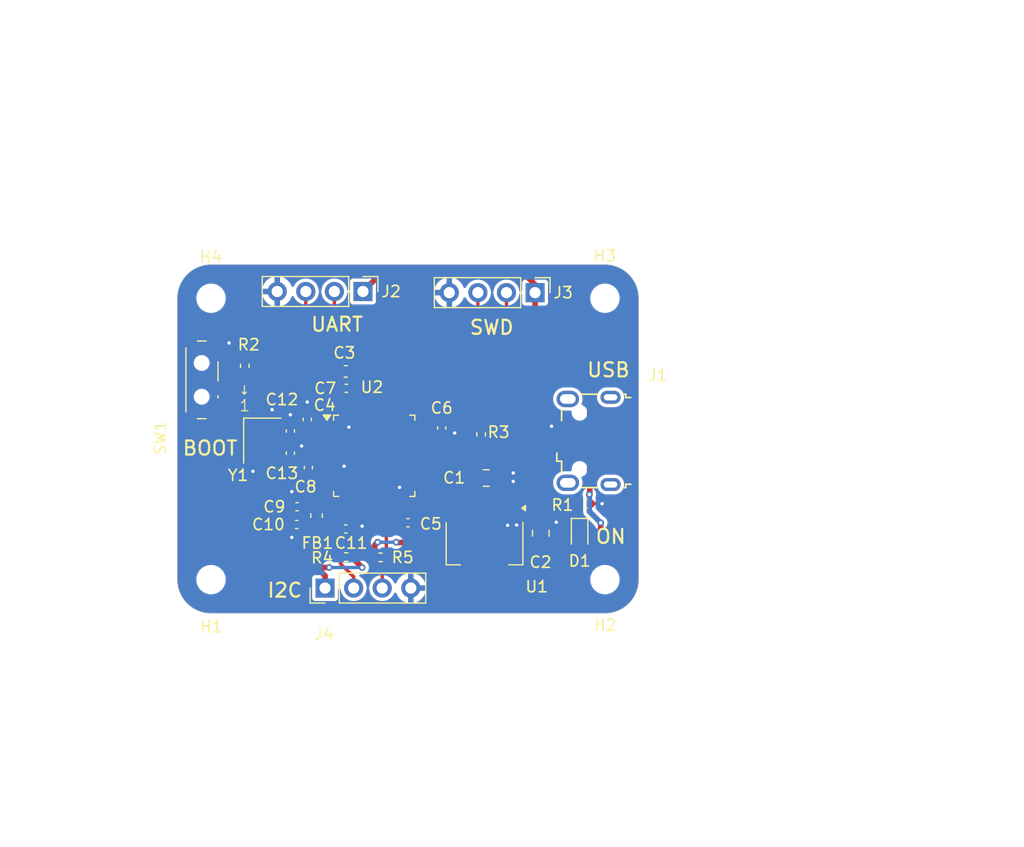
<source format=kicad_pcb>
(kicad_pcb (version 20240108) (generator "pcbnew") (generator_version "8.0")
  (layers (0 "F.Cu" signal) (31 "B.Cu" power) (34 "B.Paste" user) (35 "F.Paste" user) (36 "B.SilkS" user "B.Silkscreen") (37 "F.SilkS" user "F.Silkscreen") (38 "B.Mask" user) (39 "F.Mask" user) (44 "Edge.Cuts" user))
  (net 0 "")
  (net 1 "VBUS")
  (net 2 "+3.3V")
  (net 3 "+3.3VA")
  (net 4 "/NRST")
  (net 5 "/HSE_IN")
  (net 6 "/HSE_OUT")
  (net 7 "/PWR_LED_K")
  (net 8 "/USB_D-")
  (net 9 "/USB_D+")
  (net 15 "/USART1_RX")
  (net 16 "/USART1_TX")
  (net 17 "/SWCLK")
  (net 18 "/SWDIO")
  (net 19 "/I2C2_SCL")
  (net 20 "/I2C2_SDA")
  (net 21 "/BOOT0")
  (net 49 "GND")
  (footprint "Resistor_SMD:R_0402_1005Metric" (layer "F.Cu") (at 100.26 81.25 180)
    (property "Reference" "R4" (at 2.135 -0.075 180) (layer "F.SilkS"))
    (property "Value" "1k5" (hide yes))
    (pad "1" smd roundrect (at -0.51 0 180) (size 0.54 0.64) (layers "F.Cu" "F.Paste" "F.Mask") (net 2 "+3.3V"))
    (pad "2" smd roundrect (at 0.51 0 180) (size 0.54 0.64) (layers "F.Cu" "F.Paste" "F.Mask") (net 19 "/I2C2_SCL"))
  )
  (footprint "Resistor_SMD:R_0402_1005Metric" (layer "F.Cu") (at 91.25 64.26 90)
    (property "Reference" "R2" (at 1.885 0.35 0) (layer "F.SilkS"))
    (property "Value" "10k" (hide yes))
    (pad "1" smd roundrect (at -0.51 0 90) (size 0.54 0.64) (layers "F.Cu" "F.Paste" "F.Mask") (net 21 "/BOOT0"))
    (pad "2" smd roundrect (at 0.51 0 90) (size 0.54 0.64) (layers "F.Cu" "F.Paste" "F.Mask") (net 21 "/BOOT0"))
  )
  (footprint "Package_TO_SOT_SMD:SOT-223-3_TabPin2" (layer "F.Cu") (at 112.55 80.025 -90)
    (property "Reference" "U1" (at 3.85 -4.6375 180) (layer "F.SilkS"))
    (property "Value" "AMS1117-3.3" (hide yes))
    (pad "1" smd roundrect (at -3.15 -2.3 270) (size 2 1.5) (layers "F.Cu" "F.Paste" "F.Mask") (net 49 "GND"))
    (pad "2" smd roundrect (at -3.15 0 270) (size 2 1.5) (layers "F.Cu" "F.Paste" "F.Mask") (net 2 "+3.3V"))
    (pad "2" smd roundrect (at 3.15 0 270) (size 2 3.8) (layers "F.Cu" "F.Paste" "F.Mask") (net 2 "+3.3V"))
    (pad "3" smd roundrect (at -3.15 2.3 270) (size 2 1.5) (layers "F.Cu" "F.Paste" "F.Mask") (net 1 "VBUS"))
  )
  (footprint "Connector_PinHeader_2.54mm:PinHeader_1x04_P2.54mm_Vertical" (layer "F.Cu") (at 101.75 57.65 -90)
    (property "Reference" "J2" (at 0 -2.5 180) (layer "F.SilkS"))
    (property "Value" "Conn_01x04_Pin" (hide yes))
    (pad "1" thru_hole rect (at 0 0 270) (size 1.7 1.7) (drill 1) (layers "*.Cu" "*.Mask") (net 2 "+3.3V"))
    (pad "2" thru_hole oval (at 0 2.54 270) (size 1.7 1.7) (drill 1) (layers "*.Cu" "*.Mask") (net 16 "/USART1_TX"))
    (pad "3" thru_hole oval (at 0 5.08 270) (size 1.7 1.7) (drill 1) (layers "*.Cu" "*.Mask") (net 15 "/USART1_RX"))
    (pad "4" thru_hole oval (at 0 7.62 270) (size 1.7 1.7) (drill 1) (layers "*.Cu" "*.Mask") (net 49 "GND"))
  )
  (footprint "Capacitor_SMD:C_0402_1005Metric" (layer "F.Cu") (at 95.3 70.05 90)
    (property "Reference" "C12" (at 2.8 -0.75 0) (layer "F.SilkS"))
    (property "Value" "10p" (hide yes))
    (pad "1" smd roundrect (at -0.48 0 90) (size 0.56 0.62) (layers "F.Cu" "F.Paste" "F.Mask") (net 5 "/HSE_IN"))
    (pad "2" smd roundrect (at 0.48 0 90) (size 0.56 0.62) (layers "F.Cu" "F.Paste" "F.Mask") (net 49 "GND"))
  )
  (footprint "Package_QFP:LQFP-48_7x7mm_P0.5mm" (layer "F.Cu") (at 102.75 72.25)
    (property "Reference" "U2" (at -0.2 -6.1 0) (layer "F.SilkS"))
    (property "Value" "STM32F103C8Tx" (hide yes))
    (pad "1" smd roundrect (at -4.1625 -2.75) (size 1.475 0.3) (layers "F.Cu" "F.Paste" "F.Mask") (net 2 "+3.3V"))
    (pad "2" smd roundrect (at -4.1625 -2.25) (size 1.475 0.3) (layers "F.Cu" "F.Paste" "F.Mask"))
    (pad "3" smd roundrect (at -4.1625 -1.75) (size 1.475 0.3) (layers "F.Cu" "F.Paste" "F.Mask"))
    (pad "4" smd roundrect (at -4.1625 -1.25) (size 1.475 0.3) (layers "F.Cu" "F.Paste" "F.Mask"))
    (pad "5" smd roundrect (at -4.1625 -0.75) (size 1.475 0.3) (layers "F.Cu" "F.Paste" "F.Mask") (net 5 "/HSE_IN"))
    (pad "6" smd roundrect (at -4.1625 -0.25) (size 1.475 0.3) (layers "F.Cu" "F.Paste" "F.Mask") (net 6 "/HSE_OUT"))
    (pad "7" smd roundrect (at -4.1625 0.25) (size 1.475 0.3) (layers "F.Cu" "F.Paste" "F.Mask") (net 4 "/NRST"))
    (pad "8" smd roundrect (at -4.1625 0.75) (size 1.475 0.3) (layers "F.Cu" "F.Paste" "F.Mask") (net 49 "GND"))
    (pad "9" smd roundrect (at -4.1625 1.25) (size 1.475 0.3) (layers "F.Cu" "F.Paste" "F.Mask") (net 3 "+3.3VA"))
    (pad "10" smd roundrect (at -4.1625 1.75) (size 1.475 0.3) (layers "F.Cu" "F.Paste" "F.Mask"))
    (pad "11" smd roundrect (at -4.1625 2.25) (size 1.475 0.3) (layers "F.Cu" "F.Paste" "F.Mask"))
    (pad "12" smd roundrect (at -4.1625 2.75) (size 1.475 0.3) (layers "F.Cu" "F.Paste" "F.Mask"))
    (pad "13" smd roundrect (at -2.75 4.1625) (size 0.3 1.475) (layers "F.Cu" "F.Paste" "F.Mask"))
    (pad "14" smd roundrect (at -2.25 4.1625) (size 0.3 1.475) (layers "F.Cu" "F.Paste" "F.Mask"))
    (pad "15" smd roundrect (at -1.75 4.1625) (size 0.3 1.475) (layers "F.Cu" "F.Paste" "F.Mask"))
    (pad "16" smd roundrect (at -1.25 4.1625) (size 0.3 1.475) (layers "F.Cu" "F.Paste" "F.Mask"))
    (pad "17" smd roundrect (at -0.75 4.1625) (size 0.3 1.475) (layers "F.Cu" "F.Paste" "F.Mask"))
    (pad "18" smd roundrect (at -0.25 4.1625) (size 0.3 1.475) (layers "F.Cu" "F.Paste" "F.Mask"))
    (pad "19" smd roundrect (at 0.25 4.1625) (size 0.3 1.475) (layers "F.Cu" "F.Paste" "F.Mask"))
    (pad "20" smd roundrect (at 0.75 4.1625) (size 0.3 1.475) (layers "F.Cu" "F.Paste" "F.Mask"))
    (pad "21" smd roundrect (at 1.25 4.1625) (size 0.3 1.475) (layers "F.Cu" "F.Paste" "F.Mask") (net 19 "/I2C2_SCL"))
    (pad "22" smd roundrect (at 1.75 4.1625) (size 0.3 1.475) (layers "F.Cu" "F.Paste" "F.Mask") (net 20 "/I2C2_SDA"))
    (pad "23" smd roundrect (at 2.25 4.1625) (size 0.3 1.475) (layers "F.Cu" "F.Paste" "F.Mask") (net 49 "GND"))
    (pad "24" smd roundrect (at 2.75 4.1625) (size 0.3 1.475) (layers "F.Cu" "F.Paste" "F.Mask") (net 2 "+3.3V"))
    (pad "25" smd roundrect (at 4.1625 2.75) (size 1.475 0.3) (layers "F.Cu" "F.Paste" "F.Mask"))
    (pad "26" smd roundrect (at 4.1625 2.25) (size 1.475 0.3) (layers "F.Cu" "F.Paste" "F.Mask"))
    (pad "27" smd roundrect (at 4.1625 1.75) (size 1.475 0.3) (layers "F.Cu" "F.Paste" "F.Mask"))
    (pad "28" smd roundrect (at 4.1625 1.25) (size 1.475 0.3) (layers "F.Cu" "F.Paste" "F.Mask"))
    (pad "29" smd roundrect (at 4.1625 0.75) (size 1.475 0.3) (layers "F.Cu" "F.Paste" "F.Mask"))
    (pad "30" smd roundrect (at 4.1625 0.25) (size 1.475 0.3) (layers "F.Cu" "F.Paste" "F.Mask"))
    (pad "31" smd roundrect (at 4.1625 -0.25) (size 1.475 0.3) (layers "F.Cu" "F.Paste" "F.Mask"))
    (pad "32" smd roundrect (at 4.1625 -0.75) (size 1.475 0.3) (layers "F.Cu" "F.Paste" "F.Mask") (net 8 "/USB_D-"))
    (pad "33" smd roundrect (at 4.1625 -1.25) (size 1.475 0.3) (layers "F.Cu" "F.Paste" "F.Mask") (net 9 "/USB_D+"))
    (pad "34" smd roundrect (at 4.1625 -1.75) (size 1.475 0.3) (layers "F.Cu" "F.Paste" "F.Mask") (net 18 "/SWDIO"))
    (pad "35" smd roundrect (at 4.1625 -2.25) (size 1.475 0.3) (layers "F.Cu" "F.Paste" "F.Mask") (net 49 "GND"))
    (pad "36" smd roundrect (at 4.1625 -2.75) (size 1.475 0.3) (layers "F.Cu" "F.Paste" "F.Mask") (net 2 "+3.3V"))
    (pad "37" smd roundrect (at 2.75 -4.1625) (size 0.3 1.475) (layers "F.Cu" "F.Paste" "F.Mask") (net 17 "/SWCLK"))
    (pad "38" smd roundrect (at 2.25 -4.1625) (size 0.3 1.475) (layers "F.Cu" "F.Paste" "F.Mask"))
    (pad "39" smd roundrect (at 1.75 -4.1625) (size 0.3 1.475) (layers "F.Cu" "F.Paste" "F.Mask"))
    (pad "40" smd roundrect (at 1.25 -4.1625) (size 0.3 1.475) (layers "F.Cu" "F.Paste" "F.Mask"))
    (pad "41" smd roundrect (at 0.75 -4.1625) (size 0.3 1.475) (layers "F.Cu" "F.Paste" "F.Mask"))
    (pad "42" smd roundrect (at 0.25 -4.1625) (size 0.3 1.475) (layers "F.Cu" "F.Paste" "F.Mask") (net 16 "/USART1_TX"))
    (pad "43" smd roundrect (at -0.25 -4.1625) (size 0.3 1.475) (layers "F.Cu" "F.Paste" "F.Mask") (net 15 "/USART1_RX"))
    (pad "44" smd roundrect (at -0.75 -4.1625) (size 0.3 1.475) (layers "F.Cu" "F.Paste" "F.Mask") (net 21 "/BOOT0"))
    (pad "45" smd roundrect (at -1.25 -4.1625) (size 0.3 1.475) (layers "F.Cu" "F.Paste" "F.Mask"))
    (pad "46" smd roundrect (at -1.75 -4.1625) (size 0.3 1.475) (layers "F.Cu" "F.Paste" "F.Mask"))
    (pad "47" smd roundrect (at -2.25 -4.1625) (size 0.3 1.475) (layers "F.Cu" "F.Paste" "F.Mask") (net 49 "GND"))
    (pad "48" smd roundrect (at -2.75 -4.1625) (size 0.3 1.475) (layers "F.Cu" "F.Paste" "F.Mask") (net 2 "+3.3V"))
  )
  (footprint "Button_Switch_SMD:SW_SPDT_PCM12" (layer "F.Cu") (at 87.75 65.5 -90)
    (property "Reference" "SW1" (at 5.15 4 90) (layer "F.SilkS"))
    (property "Value" "SW_SPDT")
    (pad "" smd rect (at -3.65 -0.78 270) (size 1 0.8) (layers "F.Cu" "F.Paste" "F.Mask"))
    (pad "" smd rect (at -3.65 1.43 270) (size 1 0.8) (layers "F.Cu" "F.Paste" "F.Mask"))
    (pad "" np_thru_hole circle (at -1.5 0.33 270) (size 0.9 0.9) (drill 0.9) (layers "*.Cu" "*.Mask"))
    (pad "" np_thru_hole circle (at 1.5 0.33 270) (size 0.9 0.9) (drill 0.9) (layers "*.Cu" "*.Mask"))
    (pad "" smd rect (at 3.65 -0.78 270) (size 1 0.8) (layers "F.Cu" "F.Paste" "F.Mask"))
    (pad "" smd rect (at 3.65 1.43 270) (size 1 0.8) (layers "F.Cu" "F.Paste" "F.Mask"))
    (pad "1" smd rect (at -2.25 -1.43 270) (size 0.7 1.5) (layers "F.Cu" "F.Paste" "F.Mask") (net 49 "GND"))
    (pad "2" smd rect (at 0.75 -1.43 270) (size 0.7 1.5) (layers "F.Cu" "F.Paste" "F.Mask") (net 21 "/BOOT0"))
    (pad "3" smd rect (at 2.25 -1.43 270) (size 0.7 1.5) (layers "F.Cu" "F.Paste" "F.Mask") (net 2 "+3.3V"))
  )
  (footprint "MountingHole:MountingHole_2.1mm" (layer "F.Cu") (at 88.25 83.25)
    (property "Reference" "H1" (at 0.025 4.175 0) (layer "F.SilkS"))
    (property "Value" "MountingHole" (hide yes))
    (pad "" np_thru_hole circle (at 0 0) (size 2.1 2.1) (drill 2.1) (layers "*.Cu" "*.Mask"))
  )
  (footprint "Capacitor_SMD:C_0402_1005Metric" (layer "F.Cu") (at 105.745 78.2 180)
    (property "Reference" "C5" (at -2.03 -0.1 180) (layer "F.SilkS"))
    (property "Value" "100n" (hide yes))
    (pad "1" smd roundrect (at -0.48 0 180) (size 0.56 0.62) (layers "F.Cu" "F.Paste" "F.Mask") (net 2 "+3.3V"))
    (pad "2" smd roundrect (at 0.48 0 180) (size 0.56 0.62) (layers "F.Cu" "F.Paste" "F.Mask") (net 49 "GND"))
  )
  (footprint "Capacitor_SMD:C_0402_1005Metric" (layer "F.Cu") (at 96.9 73.3 90)
    (property "Reference" "C8" (at -1.7 -0.25 0) (layer "F.SilkS"))
    (property "Value" "10n" (hide yes))
    (pad "1" smd roundrect (at -0.48 0 90) (size 0.56 0.62) (layers "F.Cu" "F.Paste" "F.Mask") (net 3 "+3.3VA"))
    (pad "2" smd roundrect (at 0.48 0 90) (size 0.56 0.62) (layers "F.Cu" "F.Paste" "F.Mask") (net 49 "GND"))
  )
  (footprint "MountingHole:MountingHole_2.1mm" (layer "F.Cu") (at 123.25 83.25)
    (property "Reference" "H2" (at 0.025 4.05 0) (layer "F.SilkS"))
    (property "Value" "MountingHole" (hide yes))
    (pad "" np_thru_hole circle (at 0 0) (size 2.1 2.1) (drill 2.1) (layers "*.Cu" "*.Mask"))
  )
  (footprint "Capacitor_SMD:C_0805_2012Metric" (layer "F.Cu") (at 117.55 79.125 90)
    (property "Reference" "C2" (at -2.575 -0.025 0) (layer "F.SilkS"))
    (property "Value" "22u" (hide yes))
    (pad "1" smd roundrect (at -0.95 0 90) (size 1 1.45) (layers "F.Cu" "F.Paste" "F.Mask") (net 2 "+3.3V"))
    (pad "2" smd roundrect (at 0.95 0 90) (size 1 1.45) (layers "F.Cu" "F.Paste" "F.Mask") (net 49 "GND"))
  )
  (footprint "Capacitor_SMD:C_0402_1005Metric" (layer "F.Cu") (at 96.8 69.02 90)
    (property "Reference" "C4" (at 1.27 1.55 0) (layer "F.SilkS"))
    (property "Value" "100n" (hide yes))
    (pad "1" smd roundrect (at -0.48 0 90) (size 0.56 0.62) (layers "F.Cu" "F.Paste" "F.Mask") (net 2 "+3.3V"))
    (pad "2" smd roundrect (at 0.48 0 90) (size 0.56 0.62) (layers "F.Cu" "F.Paste" "F.Mask") (net 49 "GND"))
  )
  (footprint "Capacitor_SMD:C_0402_1005Metric" (layer "F.Cu") (at 108.75 69.77 -90)
    (property "Reference" "C6" (at -1.77 0 180) (layer "F.SilkS"))
    (property "Value" "100n" (hide yes))
    (pad "1" smd roundrect (at -0.48 0 270) (size 0.56 0.62) (layers "F.Cu" "F.Paste" "F.Mask") (net 2 "+3.3V"))
    (pad "2" smd roundrect (at 0.48 0 270) (size 0.56 0.62) (layers "F.Cu" "F.Paste" "F.Mask") (net 49 "GND"))
  )
  (footprint "MountingHole:MountingHole_2.1mm" (layer "F.Cu") (at 123.25 58.25)
    (property "Reference" "H3" (at 0 -3.775 0) (layer "F.SilkS"))
    (property "Value" "MountingHole" (hide yes))
    (pad "" np_thru_hole circle (at 0 0) (size 2.1 2.1) (drill 2.1) (layers "*.Cu" "*.Mask"))
  )
  (footprint "Capacitor_SMD:C_0805_2012Metric" (layer "F.Cu") (at 112.7 74.225)
    (property "Reference" "C1" (at -2.85 -0.025 0) (layer "F.SilkS"))
    (property "Value" "22u" (hide yes))
    (pad "1" smd roundrect (at -0.95 0) (size 1 1.45) (layers "F.Cu" "F.Paste" "F.Mask") (net 1 "VBUS"))
    (pad "2" smd roundrect (at 0.95 0) (size 1 1.45) (layers "F.Cu" "F.Paste" "F.Mask") (net 49 "GND"))
  )
  (footprint "Resistor_SMD:R_0402_1005Metric" (layer "F.Cu") (at 121.51 76.5)
    (property "Reference" "R1" (at -2.035 0.125 180) (layer "F.SilkS"))
    (property "Value" "1k5" (hide yes))
    (pad "1" smd roundrect (at -0.51 0) (size 0.54 0.64) (layers "F.Cu" "F.Paste" "F.Mask") (net 7 "/PWR_LED_K"))
    (pad "2" smd roundrect (at 0.51 0) (size 0.54 0.64) (layers "F.Cu" "F.Paste" "F.Mask") (net 49 "GND"))
  )
  (footprint "Connector_USB:USB_Micro-B_Wuerth_629105150521" (layer "F.Cu") (at 121.8 70.925 90)
    (property "Reference" "J1" (at 5.825 6.15 0) (layer "F.SilkS"))
    (property "Value" "USB_B_Micro" (hide yes))
    (pad "" np_thru_hole oval (at -2.5 -0.8 90) (size 0.8 0.8) (drill 0.8) (layers "*.Cu" "*.Mask"))
    (pad "" np_thru_hole oval (at 2.5 -0.8 90) (size 0.8 0.8) (drill 0.8) (layers "*.Cu" "*.Mask"))
    (pad "1" smd rect (at -1.3 -1.9 90) (size 0.45 1.3) (layers "F.Cu" "F.Paste" "F.Mask") (net 1 "VBUS"))
    (pad "2" smd rect (at -0.65 -1.9 90) (size 0.45 1.3) (layers "F.Cu" "F.Paste" "F.Mask") (net 8 "/USB_D-"))
    (pad "3" smd rect (at 0 -1.9 90) (size 0.45 1.3) (layers "F.Cu" "F.Paste" "F.Mask") (net 9 "/USB_D+"))
    (pad "4" smd rect (at 0.65 -1.9 90) (size 0.45 1.3) (layers "F.Cu" "F.Paste" "F.Mask"))
    (pad "5" smd rect (at 1.3 -1.9 90) (size 0.45 1.3) (layers "F.Cu" "F.Paste" "F.Mask") (net 49 "GND"))
    (pad "6" thru_hole oval (at -3.875 1.95 90) (size 1.15 1.8) (drill oval 0.55 1.2) (layers "*.Cu" "*.Mask"))
    (pad "6" thru_hole oval (at -3.725 -1.85 90) (size 1.45 2) (drill oval 0.85 1.4) (layers "*.Cu" "*.Mask"))
    (pad "6" thru_hole oval (at 3.725 -1.85 90) (size 1.45 2) (drill oval 0.85 1.4) (layers "*.Cu" "*.Mask"))
    (pad "6" thru_hole oval (at 3.875 1.95 90) (size 1.15 1.8) (drill oval 0.55 1.2) (layers "*.Cu" "*.Mask"))
  )
  (footprint "Crystal:Crystal_SMD_3225-4Pin_3.2x2.5mm" (layer "F.Cu") (at 92.8 70.9 -90)
    (property "Reference" "Y1" (at 3.075 2.15 180) (layer "F.SilkS"))
    (property "Value" "16MHz" (hide yes))
    (pad "1" smd rect (at -1.1 0.85 270) (size 1.4 1.2) (layers "F.Cu" "F.Paste" "F.Mask") (net 5 "/HSE_IN"))
    (pad "2" smd rect (at 1.1 0.85 270) (size 1.4 1.2) (layers "F.Cu" "F.Paste" "F.Mask") (net 49 "GND"))
    (pad "3" smd rect (at 1.1 -0.85 270) (size 1.4 1.2) (layers "F.Cu" "F.Paste" "F.Mask") (net 6 "/HSE_OUT"))
    (pad "4" smd rect (at -1.1 -0.85 270) (size 1.4 1.2) (layers "F.Cu" "F.Paste" "F.Mask") (net 49 "GND"))
  )
  (footprint "Inductor_SMD:L_0603_1608Metric" (layer "F.Cu") (at 97.625 77.5625 -90)
    (property "Reference" "FB1" (at 2.4375 -0.075 180) (layer "F.SilkS"))
    (property "Value" "120R" (hide yes))
    (pad "1" smd roundrect (at -0.7875 0 270) (size 0.875 0.95) (layers "F.Cu" "F.Paste" "F.Mask") (net 3 "+3.3VA"))
    (pad "2" smd roundrect (at 0.7875 0 270) (size 0.875 0.95) (layers "F.Cu" "F.Paste" "F.Mask") (net 2 "+3.3V"))
  )
  (footprint "Capacitor_SMD:C_0402_1005Metric" (layer "F.Cu") (at 100.22 78.75)
    (property "Reference" "C11" (at 0.48 1.25 0) (layer "F.SilkS"))
    (property "Value" "100n" (hide yes))
    (pad "1" smd roundrect (at -0.48 0) (size 0.56 0.62) (layers "F.Cu" "F.Paste" "F.Mask") (net 4 "/NRST"))
    (pad "2" smd roundrect (at 0.48 0) (size 0.56 0.62) (layers "F.Cu" "F.Paste" "F.Mask") (net 49 "GND"))
  )
  (footprint "Capacitor_SMD:C_0402_1005Metric" (layer "F.Cu") (at 95.895 76.775 180)
    (property "Reference" "C9" (at 2.02 0 180) (layer "F.SilkS"))
    (property "Value" "1u" (hide yes))
    (pad "1" smd roundrect (at -0.48 0 180) (size 0.56 0.62) (layers "F.Cu" "F.Paste" "F.Mask") (net 3 "+3.3VA"))
    (pad "2" smd roundrect (at 0.48 0 180) (size 0.56 0.62) (layers "F.Cu" "F.Paste" "F.Mask") (net 49 "GND"))
  )
  (footprint "Connector_PinHeader_2.54mm:PinHeader_1x04_P2.54mm_Vertical" (layer "F.Cu") (at 98.38 84 90)
    (property "Reference" "J4" (at -4.075 -0.08 0) (layer "F.SilkS"))
    (property "Value" "Conn_01x04_Pin" (hide yes))
    (pad "1" thru_hole rect (at 0 0 90) (size 1.7 1.7) (drill 1) (layers "*.Cu" "*.Mask") (net 2 "+3.3V"))
    (pad "2" thru_hole oval (at 0 2.54 90) (size 1.7 1.7) (drill 1) (layers "*.Cu" "*.Mask") (net 19 "/I2C2_SCL"))
    (pad "3" thru_hole oval (at 0 5.08 90) (size 1.7 1.7) (drill 1) (layers "*.Cu" "*.Mask") (net 20 "/I2C2_SDA"))
    (pad "4" thru_hole oval (at 0 7.62 90) (size 1.7 1.7) (drill 1) (layers "*.Cu" "*.Mask") (net 49 "GND"))
  )
  (footprint "Connector_PinHeader_2.54mm:PinHeader_1x04_P2.54mm_Vertical" (layer "F.Cu") (at 117.04 57.75 -90)
    (property "Reference" "J3" (at 0 -2.5 180) (layer "F.SilkS"))
    (property "Value" "Conn_01x04_Pin" (hide yes))
    (pad "1" thru_hole rect (at 0 0 270) (size 1.7 1.7) (drill 1) (layers "*.Cu" "*.Mask") (net 2 "+3.3V"))
    (pad "2" thru_hole oval (at 0 2.54 270) (size 1.7 1.7) (drill 1) (layers "*.Cu" "*.Mask") (net 18 "/SWDIO"))
    (pad "3" thru_hole oval (at 0 5.08 270) (size 1.7 1.7) (drill 1) (layers "*.Cu" "*.Mask") (net 17 "/SWCLK"))
    (pad "4" thru_hole oval (at 0 7.62 270) (size 1.7 1.7) (drill 1) (layers "*.Cu" "*.Mask") (net 49 "GND"))
  )
  (footprint "MountingHole:MountingHole_2.1mm" (layer "F.Cu") (at 88.25 58.25)
    (property "Reference" "H4" (at -0.025 -3.675 0) (layer "F.SilkS"))
    (property "Value" "MountingHole" (hide yes))
    (pad "" np_thru_hole circle (at 0 0) (size 2.1 2.1) (drill 2.1) (layers "*.Cu" "*.Mask"))
  )
  (footprint "Resistor_SMD:R_0402_1005Metric" (layer "F.Cu") (at 103.315 81.275)
    (property "Reference" "R5" (at 1.96 0 0) (layer "F.SilkS"))
    (property "Value" "1k5" (hide yes))
    (pad "1" smd roundrect (at -0.51 0) (size 0.54 0.64) (layers "F.Cu" "F.Paste" "F.Mask") (net 2 "+3.3V"))
    (pad "2" smd roundrect (at 0.51 0) (size 0.54 0.64) (layers "F.Cu" "F.Paste" "F.Mask") (net 20 "/I2C2_SDA"))
  )
  (footprint "LED_SMD:LED_0603_1608Metric" (layer "F.Cu") (at 121 79.3 -90)
    (property "Reference" "D1" (at 2.2875 0 180) (layer "F.SilkS"))
    (property "Value" "LED" (hide yes))
    (pad "1" smd roundrect (at -0.7875 0 270) (size 0.875 0.95) (layers "F.Cu" "F.Paste" "F.Mask") (net 7 "/PWR_LED_K"))
    (pad "2" smd roundrect (at 0.7875 0 270) (size 0.875 0.95) (layers "F.Cu" "F.Paste" "F.Mask") (net 2 "+3.3V"))
  )
  (footprint "Capacitor_SMD:C_0402_1005Metric" (layer "F.Cu") (at 100.27 66.25)
    (property "Reference" "C7" (at -1.87 0.005 0) (layer "F.SilkS"))
    (property "Value" "100n" (hide yes))
    (pad "1" smd roundrect (at -0.48 0) (size 0.56 0.62) (layers "F.Cu" "F.Paste" "F.Mask") (net 2 "+3.3V"))
    (pad "2" smd roundrect (at 0.48 0) (size 0.56 0.62) (layers "F.Cu" "F.Paste" "F.Mask") (net 49 "GND"))
  )
  (footprint "Capacitor_SMD:C_0402_1005Metric" (layer "F.Cu") (at 95.87 78.35 180)
    (property "Reference" "C10" (at 2.52 0 180) (layer "F.SilkS"))
    (property "Value" "1u" (hide yes))
    (pad "1" smd roundrect (at -0.48 0 180) (size 0.56 0.62) (layers "F.Cu" "F.Paste" "F.Mask") (net 2 "+3.3V"))
    (pad "2" smd roundrect (at 0.48 0 180) (size 0.56 0.62) (layers "F.Cu" "F.Paste" "F.Mask") (net 49 "GND"))
  )
  (footprint "Resistor_SMD:R_0402_1005Metric" (layer "F.Cu") (at 112.25 70.34 -90)
    (property "Reference" "R3" (at -0.19 -1.55 180) (layer "F.SilkS"))
    (property "Value" "1k5" (hide yes))
    (pad "1" smd roundrect (at -0.51 0 270) (size 0.54 0.64) (layers "F.Cu" "F.Paste" "F.Mask") (net 2 "+3.3V"))
    (pad "2" smd roundrect (at 0.51 0 270) (size 0.54 0.64) (layers "F.Cu" "F.Paste" "F.Mask") (net 9 "/USB_D+"))
  )
  (footprint "Capacitor_SMD:C_0402_1005Metric" (layer "F.Cu") (at 95.3 72.01 90)
    (property "Reference" "C13" (at -1.79 -0.75 0) (layer "F.SilkS"))
    (property "Value" "10p" (hide yes))
    (pad "1" smd roundrect (at -0.48 0 90) (size 0.56 0.62) (layers "F.Cu" "F.Paste" "F.Mask") (net 6 "/HSE_OUT"))
    (pad "2" smd roundrect (at 0.48 0 90) (size 0.56 0.62) (layers "F.Cu" "F.Paste" "F.Mask") (net 49 "GND"))
  )
  (footprint "Capacitor_SMD:C_0603_1608Metric" (layer "F.Cu") (at 100.225 64.75)
    (property "Reference" "C3" (at -0.125 -1.65 0) (layer "F.SilkS"))
    (property "Value" "10u" (hide yes))
    (pad "1" smd roundrect (at -0.775 0) (size 0.9 0.95) (layers "F.Cu" "F.Paste" "F.Mask") (net 2 "+3.3V"))
    (pad "2" smd roundrect (at 0.775 0) (size 0.9 0.95) (layers "F.Cu" "F.Paste" "F.Mask") (net 49 "GND"))
  )
  (gr_arc (start 126.25 83.25) (mid 125.37132 85.37132) (end 123.25 86.25) (stroke (width 0.05)) (layer "Edge.Cuts"))
  (gr_line (start 126.25 58.25) (end 126.25 83.25) (stroke (width 0.05)) (layer "Edge.Cuts"))
  (gr_arc (start 85.25 58.25) (mid 86.12868 56.12868) (end 88.25 55.25) (stroke (width 0.05)) (layer "Edge.Cuts"))
  (gr_line (start 85.25 83.25) (end 85.25 58.25) (stroke (width 0.05)) (layer "Edge.Cuts"))
  (gr_arc (start 123.25 55.25) (mid 125.37132 56.12868) (end 126.25 58.25) (stroke (width 0.05)) (layer "Edge.Cuts"))
  (gr_line (start 88.25 55.25) (end 123.25 55.25) (stroke (width 0.05)) (layer "Edge.Cuts"))
  (gr_line (start 123.25 86.25) (end 88.25 86.25) (stroke (width 0.05)) (layer "Edge.Cuts"))
  (gr_arc (start 88.25 86.25) (mid 86.12868 85.37132) (end 85.25 83.25) (stroke (width 0.05)) (layer "Edge.Cuts"))
  (gr_text "BOOT" (at 85.625 72.3 0) (layer "F.SilkS") (effects (font (size 1.25 1.25) (thickness 0.2)) (justify left bottom)))
  (gr_text "1" (at 90.7 68.375 0) (layer "F.SilkS") (effects (font (size 1 1) (thickness 0.1)) (justify left bottom)))
  (gr_text "SWD" (at 111.125 61.575 0) (layer "F.SilkS") (effects (font (size 1.25 1.25) (thickness 0.2)) (justify left bottom)))
  (gr_text "I2C" (at 93.15 84.925 0) (layer "F.SilkS") (effects (font (size 1.25 1.25) (thickness 0.2)) (justify left bottom)))
  (gr_text "UART" (at 97.025 61.3 0) (layer "F.SilkS") (effects (font (size 1.25 1.25) (thickness 0.2)) (justify left bottom)))
  (gr_text "↓" (at 90.525 66.9 0) (layer "F.SilkS") (effects (font (size 1 1) (thickness 0.1)) (justify left bottom)))
  (gr_text "USB" (at 121.55 65.35 0) (layer "F.SilkS") (effects (font (size 1.25 1.25) (thickness 0.2)) (justify left bottom)))
  (gr_text "ON" (at 122.325 80.15 0) (layer "F.SilkS") (effects (font (size 1.25 1.25) (thickness 0.2)) (justify left bottom)))
  (segment (start 117.04 61.015) (end 117.04 57.75) (width 0.5) (layer "F.Cu") (net 2))
  (segment (start 98.38 84) (end 98.38 82.905) (width 0.5) (layer "F.Cu") (net 2))
  (segment (start 122.875 80.3) (end 122.875 78.2) (width 0.5) (layer "F.Cu") (net 2))
  (segment (start 92.975 64.75) (end 90.6 67.125) (width 0.5) (layer "F.Cu") (net 2))
  (segment (start 121.9 65.875) (end 119.9125 63.8875) (width 0.5) (layer "F.Cu") (net 2))
  (segment (start 107 78.2) (end 106.225 78.2) (width 0.5) (layer "F.Cu") (net 2))
  (segment (start 98 64.75) (end 98 66.85) (width 0.5) (layer "F.Cu") (net 2))
  (segment (start 118.175 85.475) (end 119.5 84.15) (width 0.5) (layer "F.Cu") (net 2))
  (segment (start 97.625 78.35) (end 96.35 78.35) (width 0.5) (layer "F.Cu") (net 2))
  (segment (start 98.575 69.4) (end 98.5875 69.4) (width 0.5) (layer "F.Cu") (net 2))
  (segment (start 106.225 77.925) (end 105.5 77.2) (width 0.3) (layer "F.Cu") (net 2))
  (segment (start 103.05 56.35) (end 101.75 57.65) (width 0.5) (layer "F.Cu") (net 2))
  (segment (start 89.18 67.75) (end 90.55 67.75) (width 0.5) (layer "F.Cu") (net 2))
  (segment (start 108.11 69.29) (end 107.9 69.5) (width 0.3) (layer "F.Cu") (net 2))
  (segment (start 119.5 80.075) (end 119.5 81.175) (width 0.5) (layer "F.Cu") (net 2))
  (segment (start 103.45 55.95) (end 103.05 56.35) (width 0.5) (layer "F.Cu") (net 2))
  (segment (start 98 64.75) (end 92.975 64.75) (width 0.5) (layer "F.Cu") (net 2))
  (segment (start 90.6 67.8) (end 90.6 78.775) (width 0.5) (layer "F.Cu") (net 2))
  (segment (start 99.79 66.25) (end 99.79 67.06) (width 0.3) (layer "F.Cu") (net 2))
  (segment (start 99.45 65.45) (end 99.79 65.79) (width 0.5) (layer "F.Cu") (net 2))
  (segment (start 108 79.95) (end 104.725 79.95) (width 0.5) (layer "F.Cu") (net 2))
  (segment (start 117.55 80.075) (end 119.5 80.075) (width 0.5) (layer "F.Cu") (net 2))
  (segment (start 97.65 82.175) (end 94 82.175) (width 0.5) (layer "F.Cu") (net 2))
  (segment (start 90.6 78.775) (end 93.925 82.1) (width 0.5) (layer "F.Cu") (net 2))
  (segment (start 102.805 80.655) (end 102.805 81.275) (width 0.5) (layer "F.Cu") (net 2))
  (segment (start 99.45 64.75) (end 98 64.75) (width 0.5) (layer "F.Cu") (net 2))
  (segment (start 117.04 57.04) (end 115.95 55.95) (width 0.5) (layer "F.Cu") (net 2))
  (segment (start 106.225 78.2) (end 106.225 77.925) (width 0.3) (layer "F.Cu") (net 2))
  (segment (start 108 79.95) (end 108 79.2) (width 0.5) (layer "F.Cu") (net 2))
  (segment (start 115.95 55.95) (end 103.45 55.95) (width 0.5) (layer "F.Cu") (net 2))
  (segment (start 98.38 82.905) (end 97.65 82.175) (width 0.5) (layer "F.Cu") (net 2))
  (segment (start 100.795 81.275) (end 100.77 81.25) (width 0.3) (layer "F.Cu") (net 2))
  (segment (start 119.5 84.15) (end 119.5 81.175) (width 0.5) (layer "F.Cu") (net 2))
  (segment (start 102.8 80.175) (end 102.8 80.65) (width 0.5) (layer "F.Cu") (net 2))
  (segment (start 97.625 82.15) (end 97.65 82.175) (width 0.5) (layer "F.Cu") (net 2))
  (segment (start 107.9 69.5) (end 106.9125 69.5) (width 0.3) (layer "F.Cu") (net 2))
  (segment (start 100 68.0875) (end 100 67.27) (width 0.3) (layer "F.Cu") (net 2))
  (segment (start 110.655 69.83) (end 112.25 69.83) (width 0.5) (layer "F.Cu") (net 2))
  (segment (start 119.5 80.075) (end 120.9875 80.075) (width 0.5) (layer "F.Cu") (net 2))
  (segment (start 100.795 81.275) (end 100.795 81.295) (width 0.3) (layer "F.Cu") (net 2))
  (segment (start 98.5875 69.5) (end 96.8 69.5) (width 0.3) (layer "F.Cu") (net 2))
  (segment (start 108.75 69.29) (end 108.11 69.29) (width 0.3) (layer "F.Cu") (net 2))
  (segment (start 90.55 67.75) (end 90.6 67.8) (width 0.5) (layer "F.Cu") (net 2))
  (segment (start 117.04 57.75) (end 117.04 57.04) (width 0.5) (layer "F.Cu") (net 2))
  (segment (start 90.6 67.125) (end 90.6 67.8) (width 0.5) (layer "F.Cu") (net 2))
  (segment (start 108 79.95) (end 108 82.75) (width 0.5) (layer "F.Cu") (net 2))
  (segment (start 119.5 81.175) (end 122 81.175) (width 0.5) (layer "F.Cu") (net 2))
  (segment (start 113.97 69.83) (end 119.9125 63.8875) (width 0.5) (layer "F.Cu") (net 2))
  (segment (start 121.9 75.645195) (end 121.9 65.875) (width 0.5) (layer "F.Cu") (net 2))
  (segment (start 94 82.175) (end 93.925 82.1) (width 0.5) (layer "F.Cu") (net 2))
  (segment (start 108 82.75) (end 110.725 85.475) (width 0.5) (layer "F.Cu") (net 2))
  (segment (start 112.25 69.83) (end 113.97 69.83) (width 0.5) (layer "F.Cu") (net 2))
  (segment (start 108 79.2) (end 107 78.2) (width 0.5) (layer "F.Cu") (net 2))
  (segment (start 98.575 67.425) (end 98.575 69.4) (width 0.5) (layer "F.Cu") (net 2))
  (segment (start 97.625 78.35) (end 97.625 82.15) (width 0.5) (layer "F.Cu") (net 2))
  (segment (start 104.725 79.95) (end 104.7 79.925) (width 0.3) (layer "F.Cu") (net 2))
  (segment (start 98 66.85) (end 98.575 67.425) (width 0.5) (layer "F.Cu") (net 2))
  (segment (start 110.115 69.29) (end 110.655 69.83) (width 0.5) (layer "F.Cu") (net 2))
  (segment (start 119.9125 63.8875) (end 117.04 61.015) (width 0.5) (layer "F.Cu") (net 2))
  (segment (start 120.9875 80.075) (end 121 80.0875) (width 0.5) (layer "F.Cu") (net 2))
  (segment (start 102.805 81.275) (end 100.795 81.275) (width 0.5) (layer "F.Cu") (net 2))
  (segment (start 99.45 64.75) (end 99.45 65.45) (width 0.5) (layer "F.Cu") (net 2))
  (segment (start 121.865152 75.680043) (end 121.9 75.645195) (width 0.5) (layer "F.Cu") (net 2))
  (segment (start 99.79 65.79) (end 99.79 66.25) (width 0.5) (layer "F.Cu") (net 2))
  (segment (start 100.795 81.295) (end 101.675 82.175) (width 0.5) (layer "F.Cu") (net 2))
  (segment (start 110.725 85.475) (end 118.175 85.475) (width 0.5) (layer "F.Cu") (net 2))
  (segment (start 122 81.175) (end 122.875 80.3) (width 0.5) (layer "F.Cu") (net 2))
  (segment (start 100 67.27) (end 99.79 67.06) (width 0.3) (layer "F.Cu") (net 2))
  (segment (start 97.65 82.175) (end 98.75 82.175) (width 0.5) (layer "F.Cu") (net 2))
  (segment (start 102.8 80.65) (end 102.805 80.655) (width 0.3) (layer "F.Cu") (net 2))
  (segment (start 103.05 79.925) (end 102.8 80.175) (width 0.5) (layer "F.Cu") (net 2))
  (segment (start 105.5 76.4125) (end 105.5 77.2) (width 0.3) (layer "F.Cu") (net 2))
  (segment (start 108.75 69.29) (end 110.115 69.29) (width 0.5) (layer "F.Cu") (net 2))
  (via (at 98.75 82.175) (size 0.6) (drill 0.3) (layers "F.Cu" "B.Cu") (net 2))
  (via (at 101.675 82.175) (size 0.6) (drill 0.3) (layers "F.Cu" "B.Cu") (net 2))
  (via (at 103.05 79.925) (size 0.6) (drill 0.3) (layers "F.Cu" "B.Cu") (net 2))
  (via (at 122.875 78.2) (size 0.6) (drill 0.3) (layers "F.Cu" "B.Cu") (net 2))
  (via (at 121.865152 75.680043) (size 0.6) (drill 0.3) (layers "F.Cu" "B.Cu") (net 2))
  (via (at 104.7 79.925) (size 0.6) (drill 0.3) (layers "F.Cu" "B.Cu") (net 2))
  (segment (start 121.865152 77.190152) (end 121.865152 75.680043) (width 0.5) (layer "B.Cu") (net 2))
  (segment (start 104.7 79.925) (end 103.05 79.925) (width 0.3) (layer "B.Cu") (net 2))
  (segment (start 122.875 78.2) (end 121.865152 77.190152) (width 0.5) (layer "B.Cu") (net 2))
  (segment (start 101.675 82.175) (end 98.75 82.175) (width 0.3) (layer "B.Cu") (net 2))
  (segment (start 96.9 73.78) (end 97.42 73.78) (width 0.3) (layer "F.Cu") (net 3))
  (segment (start 96.9 74.875) (end 96.375 75.4) (width 0.5) (layer "F.Cu") (net 3))
  (segment (start 96.375 75.4) (end 96.375 76.775) (width 0.5) (layer "F.Cu") (net 3))
  (segment (start 97.42 73.78) (end 97.7 73.5) (width 0.3) (layer "F.Cu") (net 3))
  (segment (start 97.7 73.5) (end 98.5875 73.5) (width 0.3) (layer "F.Cu") (net 3))
  (segment (start 96.9 73.78) (end 96.9 74.875) (width 0.5) (layer "F.Cu") (net 3))
  (segment (start 97.625 76.775) (end 96.375 76.775) (width 0.5) (layer "F.Cu") (net 3))
  (segment (start 99.74 78.75) (end 99.15 78.75) (width 0.3) (layer "F.Cu") (net 4))
  (segment (start 100.319239 72.5) (end 98.5875 72.5) (width 0.3) (layer "F.Cu") (net 4))
  (segment (start 100.725 72.905761) (end 100.319239 72.5) (width 0.3) (layer "F.Cu") (net 4))
  (segment (start 99.15 78.75) (end 98.825 78.425) (width 0.3) (layer "F.Cu") (net 4))
  (segment (start 100.725 74.3) (end 100.725 72.905761) (width 0.3) (layer "F.Cu") (net 4))
  (segment (start 98.825 78.425) (end 98.825 76.2) (width 0.3) (layer "F.Cu") (net 4))
  (segment (start 98.825 76.2) (end 100.725 74.3) (width 0.3) (layer "F.Cu") (net 4))
  (segment (start 92.7 70.85) (end 94.7 70.85) (width 0.3) (layer "F.Cu") (net 5))
  (segment (start 98.5875 71.5) (end 97.35 71.5) (width 0.3) (layer "F.Cu") (net 5))
  (segment (start 96.38 70.53) (end 95.3 70.53) (width 0.3) (layer "F.Cu") (net 5))
  (segment (start 91.95 70.1) (end 92.7 70.85) (width 0.3) (layer "F.Cu") (net 5))
  (segment (start 94.7 70.85) (end 95.02 70.53) (width 0.3) (layer "F.Cu") (net 5))
  (segment (start 91.95 69.8) (end 91.95 70.1) (width 0.3) (layer "F.Cu") (net 5))
  (segment (start 95.02 70.53) (end 95.3 70.53) (width 0.3) (layer "F.Cu") (net 5))
  (segment (start 97.35 71.5) (end 96.38 70.53) (width 0.3) (layer "F.Cu") (net 5))
  (segment (start 94.14 72.49) (end 93.65 72) (width 0.3) (layer "F.Cu") (net 6))
  (segment (start 95.3 72.49) (end 94.14 72.49) (width 0.3) (layer "F.Cu") (net 6))
  (segment (start 96.55 72) (end 96.05 72.5) (width 0.3) (layer "F.Cu") (net 6))
  (segment (start 95.79 72.49) (end 95.3 72.49) (width 0.3) (layer "F.Cu") (net 6))
  (segment (start 96.05 72.5) (end 95.8 72.5) (width 0.3) (layer "F.Cu") (net 6))
  (segment (start 95.8 72.5) (end 95.79 72.49) (width 0.3) (layer "F.Cu") (net 6))
  (segment (start 96.55 72) (end 98.5875 72) (width 0.3) (layer "F.Cu") (net 6))
  (segment (start 121 78.5125) (end 121 76.5) (width 0.5) (layer "F.Cu") (net 7))
  (segment (start 108.043751 71.475) (end 118.824999 71.475) (width 0.2) (layer "F.Cu") (net 8))
  (segment (start 106.9125 71.5) (end 108.018751 71.5) (width 0.2) (layer "F.Cu") (net 8))
  (segment (start 118.924999 71.575) (end 119.9 71.575) (width 0.2) (layer "F.Cu") (net 8))
  (segment (start 118.824999 71.475) (end 118.924999 71.575) (width 0.2) (layer "F.Cu") (net 8))
  (segment (start 108.018751 71.5) (end 108.043751 71.475) (width 0.2) (layer "F.Cu") (net 8))
  (segment (start 108.043751 71.025) (end 118.824999 71.025) (width 0.2) (layer "F.Cu") (net 9))
  (segment (start 118.924999 70.925) (end 119.9 70.925) (width 0.2) (layer "F.Cu") (net 9))
  (segment (start 108.018751 71) (end 108.043751 71.025) (width 0.2) (layer "F.Cu") (net 9))
  (segment (start 106.9125 71) (end 108.018751 71) (width 0.2) (layer "F.Cu") (net 9))
  (segment (start 118.824999 71.025) (end 118.924999 70.925) (width 0.2) (layer "F.Cu") (net 9))
  (segment (start 103.2 65.35) (end 103.2 62.1) (width 0.3) (layer "F.Cu") (net 15))
  (segment (start 102.5 66.05) (end 103.2 65.35) (width 0.3) (layer "F.Cu") (net 15))
  (segment (start 102.5 68.0875) (end 102.5 66.05) (width 0.3) (layer "F.Cu") (net 15))
  (segment (start 103.2 62.1) (end 101.4 60.3) (width 0.3) (layer "F.Cu") (net 15))
  (segment (start 96.67 59.62) (end 96.67 57.65) (width 0.3) (layer "F.Cu") (net 15))
  (segment (start 101.4 60.3) (end 97.35 60.3) (width 0.3) (layer "F.Cu") (net 15))
  (segment (start 97.35 60.3) (end 96.67 59.62) (width 0.3) (layer "F.Cu") (net 15))
  (segment (start 101.9 59.45) (end 99.75 59.45) (width 0.3) (layer "F.Cu") (net 16))
  (segment (start 99.75 59.45) (end 99.21 58.91) (width 0.3) (layer "F.Cu") (net 16))
  (segment (start 103 68.0875) (end 103 67.24688) (width 0.3) (layer "F.Cu") (net 16))
  (segment (start 104.2 61.75) (end 101.9 59.45) (width 0.3) (layer "F.Cu") (net 16))
  (segment (start 99.21 58.91) (end 99.21 57.65) (width 0.3) (layer "F.Cu") (net 16))
  (segment (start 104.2 66.04688) (end 104.2 61.75) (width 0.3) (layer "F.Cu") (net 16))
  (segment (start 103 67.24688) (end 104.2 66.04688) (width 0.3) (layer "F.Cu") (net 16))
  (segment (start 105.5 65.95) (end 111.96 59.49) (width 0.3) (layer "F.Cu") (net 17))
  (segment (start 105.5 68.0875) (end 105.5 65.95) (width 0.3) (layer "F.Cu") (net 17))
  (segment (start 111.96 59.49) (end 111.96 57.75) (width 0.3) (layer "F.Cu") (net 17))
  (segment (start 114.5 60.5) (end 114.5 57.75) (width 0.3) (layer "F.Cu") (net 18))
  (segment (start 105.75312 69.24688) (end 114.5 60.5) (width 0.3) (layer "F.Cu") (net 18))
  (segment (start 106.9125 70.5) (end 106.07188 70.5) (width 0.3) (layer "F.Cu") (net 18))
  (segment (start 106.07188 70.5) (end 105.75312 70.18124) (width 0.3) (layer "F.Cu") (net 18))
  (segment (start 105.75312 70.18124) (end 105.75312 69.24688) (width 0.3) (layer "F.Cu") (net 18))
  (segment (start 101.375 80.075) (end 100.125 80.075) (width 0.3) (layer "F.Cu") (net 19))
  (segment (start 100.125 80.075) (end 99.75 80.45) (width 0.3) (layer "F.Cu") (net 19))
  (segment (start 104 77.45) (end 101.375 80.075) (width 0.3) (layer "F.Cu") (net 19))
  (segment (start 104 76.4125) (end 104 77.45) (width 0.3) (layer "F.Cu") (net 19))
  (segment (start 100.92 82.995) (end 100.92 84) (width 0.3) (layer "F.Cu") (net 19))
  (segment (start 99.75 81.825) (end 100.92 82.995) (width 0.3) (layer "F.Cu") (net 19))
  (segment (start 99.75 80.45) (end 99.75 81.25) (width 0.3) (layer "F.Cu") (net 19))
  (segment (start 99.75 81.25) (end 99.75 81.825) (width 0.3) (layer "F.Cu") (net 19))
  (segment (start 103.825 81.275) (end 103.825 82.05) (width 0.3) (layer "F.Cu") (net 20))
  (segment (start 103.825 82.05) (end 103.46 82.415) (width 0.3) (layer "F.Cu") (net 20))
  (segment (start 104.5 78.125) (end 104.5 76.4125) (width 0.3) (layer "F.Cu") (net 20))
  (segment (start 103.46 82.415) (end 103.46 84) (width 0.3) (layer "F.Cu") (net 20))
  (segment (start 103.825 81.275) (end 103.825 78.8) (width 0.3) (layer "F.Cu") (net 20))
  (segment (start 103.825 78.8) (end 104.5 78.125) (width 0.3) (layer "F.Cu") (net 20))
  (segment (start 90.975 65.675) (end 89.475 65.675) (width 0.3) (layer "F.Cu") (net 21))
  (segment (start 92.175 61.775) (end 91.25 62.7) (width 0.3) (layer "F.Cu") (net 21))
  (segment (start 100.95 61.775) (end 92.175 61.775) (width 0.3) (layer "F.Cu") (net 21))
  (segment (start 91.25 65.4) (end 91.25 64.77) (width 0.3) (layer "F.Cu") (net 21))
  (segment (start 91.25 62.7) (end 91.25 63.75) (width 0.3) (layer "F.Cu") (net 21))
  (segment (start 89.18 65.97) (end 89.18 66.25) (width 0.3) (layer "F.Cu") (net 21))
  (segment (start 89.475 65.675) (end 89.18 65.97) (width 0.3) (layer "F.Cu") (net 21))
  (segment (start 102 62.825) (end 100.95 61.775) (width 0.3) (layer "F.Cu") (net 21))
  (segment (start 102 68.0875) (end 102 62.825) (width 0.3) (layer "F.Cu") (net 21))
  (segment (start 90.975 65.675) (end 91.25 65.4) (width 0.3) (layer "F.Cu") (net 21))
  (segment (start 95.39 78.35) (end 95.39 79.465) (width 0.5) (layer "F.Cu") (net 49))
  (segment (start 96.8 68.54) (end 96.8 67.475) (width 0.5) (layer "F.Cu") (net 49))
  (segment (start 101 65.6) (end 101 64.75) (width 0.5) (layer "F.Cu") (net 49))
  (segment (start 89.775 63.1) (end 89.85 63.025) (width 0.5) (layer "F.Cu") (net 49))
  (segment (start 108.1 70.25) (end 107.85 70) (width 0.3) (layer "F.Cu") (net 49))
  (segment (start 117.55 78.2) (end 118.875 78.2) (width 0.3) (layer "F.Cu") (net 49))
  (segment (start 105.265 77.815) (end 105.265 78.2) (width 0.3) (layer "F.Cu") (net 49))
  (segment (start 107.85 70) (end 106.9125 70) (width 0.3) (layer "F.Cu") (net 49))
  (segment (start 105 76.4125) (end 105 75.05) (width 0.3) (layer "F.Cu") (net 49))
  (segment (start 101.425 78.75) (end 101.675 78.5) (width 0.3) (layer "F.Cu") (net 49))
  (segment (start 100.5 68.0875) (end 100.5 67.24688) (width 0.3) (layer "F.Cu") (net 49))
  (segment (start 108.75 70.25) (end 109.875 70.25) (width 0.3) (layer "F.Cu") (net 49))
  (segment (start 96.145 71.53) (end 96.3 71.375) (width 0.5) (layer "F.Cu") (net 49))
  (segment (start 119.9 69.625) (end 118.5 69.625) (width 0.3) (layer "F.Cu") (net 49))
  (segment (start 95.3 69.57) (end 95.3 68.6) (width 0.5) (layer "F.Cu") (net 49))
  (segment (start 93.65 68.175) (end 93.675 68.15) (width 0.5) (layer "F.Cu") (net 49))
  (segment (start 95.415 76.775) (end 95.415 75.435) (width 0.5) (layer "F.Cu") (net 49))
  (segment (start 99.9 73) (end 100.075 73.175) (width 0.3) (layer "F.Cu") (net 49))
  (segment (start 97.65 73) (end 98.5875 73) (width 0.3) (layer "F.Cu") (net 49))
  (segment (start 100.5 67.24688) (end 100.74688 67) (width 0.3) (layer "F.Cu") (net 49))
  (segment (start 95.39 79.465) (end 95.425 79.5) (width 0.5) (layer "F.Cu") (net 49))
  (segment (start 95.415 75.435) (end 95.425 75.425) (width 0.5) (layer "F.Cu") (net 49))
  (segment (start 122.02 76.5) (end 123 76.5) (width 0.3) (layer "F.Cu") (net 49))
  (segment (start 100.75 65.85) (end 101 65.6) (width 0.5) (layer "F.Cu") (net 49))
  (segment (start 100.7 78.75) (end 101.425 78.75) (width 0.3) (layer "F.Cu") (net 49))
  (segment (start 117.55 78.175) (end 117.55 78.2) (width 0.3) (layer "F.Cu") (net 49))
  (segment (start 118.875 78.2) (end 118.925 78.15) (width 0.3) (layer "F.Cu") (net 49))
  (segment (start 105 77.55) (end 105.265 77.815) (width 0.3) (layer "F.Cu") (net 49))
  (segment (start 100.74688 67) (end 100.75 67) (width 0.3) (layer "F.Cu") (net 49))
  (segment (start 91.95 72) (end 91.95 73.6) (width 0.5) (layer "F.Cu") (net 49))
  (segment (start 97.47 72.82) (end 97.65 73) (width 0.3) (layer "F.Cu") (net 49))
  (segment (start 105 76.4125) (end 105 77.55) (width 0.3) (layer "F.Cu") (net 49))
  (segment (start 91.95 73.6) (end 91.975 73.625) (width 0.5) (layer "F.Cu") (net 49))
  (segment (start 89.18 63.25) (end 89.625 63.25) (width 0.5) (layer "F.Cu") (net 49))
  (segment (start 100.5 68.0875) (end 100.5 69.7) (width 0.3) (layer "F.Cu") (net 49))
  (segment (start 96.9 72.82) (end 97.47 72.82) (width 0.3) (layer "F.Cu") (net 49))
  (segment (start 95.3 71.53) (end 96.145 71.53) (width 0.5) (layer "F.Cu") (net 49))
  (segment (start 100.75 66.25) (end 100.75 65.85) (width 0.5) (layer "F.Cu") (net 49))
  (segment (start 98.5875 73) (end 99.9 73) (width 0.3) (layer "F.Cu") (net 49))
  (segment (start 89.85 63.025) (end 89.85 62.225) (width 0.5) (layer "F.Cu") (net 49))
  (segment (start 89.625 63.25) (end 89.775 63.1) (width 0.5) (layer "F.Cu") (net 49))
  (segment (start 109.875 70.25) (end 109.9 70.225) (width 0.3) (layer "F.Cu") (net 49))
  (segment (start 108.75 70.25) (end 108.1 70.25) (width 0.3) (layer "F.Cu") (net 49))
  (segment (start 93.65 69.8) (end 93.65 68.175) (width 0.5) (layer "F.Cu") (net 49))
  (segment (start 100.75 67) (end 100.75 66.25) (width 0.3) (layer "F.Cu") (net 49))
  (via (at 100.075 73.175) (size 0.6) (drill 0.3) (layers "F.Cu" "B.Cu") (net 49))
  (via (at 115.1 74.525) (size 0.6) (drill 0.3) (layers "F.Cu" "B.Cu") (net 49))
  (via (at 95.425 79.5) (size 0.6) (drill 0.3) (layers "F.Cu" "B.Cu") (net 49))
  (via (at 114.6 78.425) (size 0.6) (drill 0.3) (layers "F.Cu" "B.Cu") (net 49))
  (via (at 89.85 62.225) (size 0.6) (drill 0.3) (layers "F.Cu" "B.Cu") (net 49))
  (via (at 100.5 69.7) (size 0.6) (drill 0.3) (layers "F.Cu" "B.Cu") (net 49))
  (via (at 118.5 69.625) (size 0.6) (drill 0.3) (layers "F.Cu" "B.Cu") (net 49))
  (via (at 96.8 67.475) (size 0.6) (drill 0.3) (layers "F.Cu" "B.Cu") (net 49))
  (via (at 115.1 73.775) (size 0.6) (drill 0.3) (layers "F.Cu" "B.Cu") (net 49))
  (via (at 109.9 70.225) (size 0.6) (drill 0.3) (layers "F.Cu" "B.Cu") (net 49))
  (via (at 95.425 75.425) (size 0.6) (drill 0.3) (layers "F.Cu" "B.Cu") (net 49))
  (via (at 105 75.05) (size 0.6) (drill 0.3) (layers "F.Cu" "B.Cu") (net 49))
  (via (at 101.675 78.5) (size 0.6) (drill 0.3) (layers "F.Cu" "B.Cu") (net 49))
  (via (at 93.675 68.15) (size 0.6) (drill 0.3) (layers "F.Cu" "B.Cu") (net 49))
  (via (at 96.3 71.375) (size 0.6) (drill 0.3) (layers "F.Cu" "B.Cu") (net 49))
  (via (at 115.4 78.4) (size 0.6) (drill 0.3) (layers "F.Cu" "B.Cu") (net 49))
  (via (at 118.925 78.15) (size 0.6) (drill 0.3) (layers "F.Cu" "B.Cu") (net 49))
  (via (at 91.975 73.625) (size 0.6) (drill 0.3) (layers "F.Cu" "B.Cu") (net 49))
  (via (at 95.3 68.6) (size 0.6) (drill 0.3) (layers "F.Cu" "B.Cu") (net 49))
  (via (at 123 76.5) (size 0.6) (drill 0.3) (layers "F.Cu" "B.Cu") (net 49))
  (zone (net 1) (net_name "VBUS") (layer "F.Cu") (priority 2) (connect_pads yes (clearance 0.3)) (min_thickness 0.25) (fill yes (thermal_gap 0.508) (thermal_bridge_width 0.508))
    (polygon (pts (xy 109.475 78.175) (xy 110.95 78.175) (xy 111.325 77.8) (xy 111.325 75.525) (xy 111.625 75.225) (xy 112.25 75.225) (xy 112.55 74.925) (xy 112.55 73.125) (xy 112.9 72.825) (xy 113.025 72.725) (xy 120.55 72.725) (xy 120.825 72.525) (xy 120.825 72.075) (xy 120.6 71.875) (xy 110.875 71.875) (xy 109.65 73.225) (xy 109.65 74.8) (xy 109.1 75.775) (xy 109.125 77.9)))
  )
  (zone (net 2) (net_name "+3.3V") (layer "F.Cu") (priority 1) (connect_pads yes (clearance 0.3)) (min_thickness 0.25) (fill yes (thermal_gap 0.508) (thermal_bridge_width 0.508))
    (polygon (pts (xy 113.55 76.05) (xy 113.25 75.65) (xy 111.775 75.625) (xy 111.5 76.025) (xy 111.5 78.7) (xy 110.325 80) (xy 110.325 84.075) (xy 110.925 84.725) (xy 117.85 84.725) (xy 118.775 84) (xy 118.775 80.925) (xy 118.55 80.725) (xy 118.525 79.65) (xy 118.225 79.25) (xy 116.725 79.25) (xy 116.275 79.75) (xy 113.8 79.75) (xy 113.55 79.325)))
  )
  (zone (net 49) (net_name "GND") (layer "F.Cu") (connect_pads yes (clearance 0.3)) (min_thickness 0.25) (fill yes (thermal_gap 0.508) (thermal_bridge_width 0.508))
    (polygon (pts (xy 115.525 73.25) (xy 116.175 73.675) (xy 116.15 77.2) (xy 116.575 77.5) (xy 119.2 77.5) (xy 119.375 77.6) (xy 119.375 78.75) (xy 119.2 78.925) (xy 114.15 78.925) (xy 113.95 78.775) (xy 113.975 75.4) (xy 113.8 75.225) (xy 113.05 75.225) (xy 112.8 75.075) (xy 112.825 73.4) (xy 113 73.25) (xy 113.275 73.25)))
  )
  (zone (net 49) (net_name "GND") (layer "B.Cu") (connect_pads (clearance 0.3)) (min_thickness 0.25) (fill yes (thermal_gap 0.5) (thermal_bridge_width 0.5))
    (polygon (pts (xy 84.5 55.25) (xy 78 53.25) (xy 69.5 107) (xy 160.5 93.75) (xy 160 39.75) (xy 86 31.75) (xy 84.75 54.5)))
  )
)
</source>
